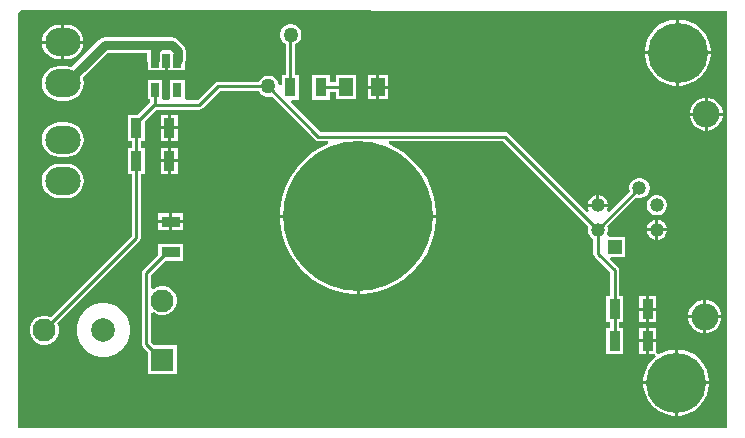
<source format=gbr>
%TF.GenerationSoftware,Altium Limited,Altium Designer,24.6.1 (21)*%
G04 Layer_Physical_Order=2*
G04 Layer_Color=16711680*
%FSLAX45Y45*%
%MOMM*%
%TF.SameCoordinates,973C4F09-4287-4DA2-A26F-92637CA031E7*%
%TF.FilePolarity,Positive*%
%TF.FileFunction,Copper,L2,Bot,Signal*%
%TF.Part,Single*%
G01*
G75*
%TA.AperFunction,SMDPad,CuDef*%
%ADD12R,0.95606X1.60981*%
%TA.AperFunction,Conductor*%
%ADD13C,0.38100*%
%ADD14C,0.25400*%
%TA.AperFunction,ComponentPad*%
%ADD15R,1.19200X1.19200*%
%ADD16C,1.19200*%
%TA.AperFunction,ViaPad*%
%ADD17C,12.70000*%
%ADD18C,5.08000*%
%TA.AperFunction,ComponentPad*%
%ADD19R,1.95000X1.95000*%
%ADD20C,1.95000*%
%ADD21C,2.00000*%
%TA.AperFunction,ViaPad*%
%ADD22C,2.28600*%
%TA.AperFunction,ComponentPad*%
%ADD23O,3.00000X2.40000*%
%TA.AperFunction,ViaPad*%
%ADD24C,1.27000*%
%TA.AperFunction,SMDPad,CuDef*%
%ADD25R,0.95000X1.70000*%
%ADD26R,1.20000X1.50000*%
%ADD27R,0.70000X1.15000*%
%ADD28R,1.60981X0.95606*%
%TA.AperFunction,Conductor*%
%ADD29C,0.76200*%
G36*
X8547100Y12700000D02*
Y9169400D01*
X2540000D01*
Y12676361D01*
X2564780Y12701137D01*
X8547100Y12700000D01*
D02*
G37*
%LPC*%
G36*
X2951000Y12579955D02*
X2933700D01*
Y12446000D01*
X3095983D01*
X3092658Y12471257D01*
X3078007Y12506627D01*
X3054701Y12537001D01*
X3024327Y12560307D01*
X2988957Y12574958D01*
X2951000Y12579955D01*
D02*
G37*
G36*
X2908300D02*
X2891000D01*
X2853043Y12574958D01*
X2817673Y12560307D01*
X2787299Y12537001D01*
X2763993Y12506627D01*
X2749342Y12471257D01*
X2746017Y12446000D01*
X2908300D01*
Y12579955D01*
D02*
G37*
G36*
X8149989Y12623800D02*
X8140700D01*
Y12357100D01*
X8407400D01*
Y12366389D01*
X8400520Y12409826D01*
X8386930Y12451652D01*
X8366964Y12490837D01*
X8341114Y12526417D01*
X8310017Y12557514D01*
X8274437Y12583364D01*
X8235252Y12603330D01*
X8193426Y12616920D01*
X8149989Y12623800D01*
D02*
G37*
G36*
X8115300D02*
X8106011D01*
X8062574Y12616920D01*
X8020748Y12603330D01*
X7981563Y12583364D01*
X7945983Y12557514D01*
X7914886Y12526417D01*
X7889036Y12490837D01*
X7869070Y12451652D01*
X7855480Y12409826D01*
X7848600Y12366389D01*
Y12357100D01*
X8115300D01*
Y12623800D01*
D02*
G37*
G36*
X3095983Y12420600D02*
X2933700D01*
Y12286645D01*
X2951000D01*
X2988957Y12291642D01*
X3024327Y12306293D01*
X3054701Y12329599D01*
X3078007Y12359973D01*
X3092658Y12395343D01*
X3095983Y12420600D01*
D02*
G37*
G36*
X2908300D02*
X2746017D01*
X2749342Y12395343D01*
X2763993Y12359973D01*
X2787299Y12329599D01*
X2817673Y12306293D01*
X2853043Y12291642D01*
X2891000Y12286645D01*
X2908300D01*
Y12420600D01*
D02*
G37*
G36*
X3848102Y12472644D02*
X3275602D01*
X3250825Y12467716D01*
X3229821Y12453681D01*
X3104919Y12328779D01*
X2997540Y12221401D01*
X2988957Y12224956D01*
X2951000Y12229953D01*
X2891000D01*
X2853043Y12224956D01*
X2817673Y12210305D01*
X2787299Y12186999D01*
X2763993Y12156625D01*
X2749342Y12121255D01*
X2744345Y12083298D01*
X2749342Y12045341D01*
X2763993Y12009971D01*
X2787299Y11979598D01*
X2817673Y11956291D01*
X2853043Y11941641D01*
X2891000Y11936643D01*
X2951000D01*
X2988957Y11941641D01*
X3024327Y11956291D01*
X3054701Y11979598D01*
X3078007Y12009971D01*
X3092658Y12045341D01*
X3097655Y12083298D01*
X3092658Y12121255D01*
X3089102Y12129839D01*
X3196481Y12237217D01*
X3302420Y12343156D01*
X3634056D01*
Y12282998D01*
X3638984Y12258222D01*
X3641899Y12253859D01*
Y12193499D01*
X3784600D01*
Y12276399D01*
X3810000D01*
Y12193499D01*
X3952701D01*
Y12249220D01*
X3958716Y12258222D01*
X3963644Y12282998D01*
Y12357102D01*
X3958716Y12381878D01*
X3944681Y12402883D01*
X3893883Y12453681D01*
X3872878Y12467716D01*
X3848102Y12472644D01*
D02*
G37*
G36*
X4863104Y12585700D02*
X4839696D01*
X4817086Y12579642D01*
X4796814Y12567938D01*
X4780262Y12551386D01*
X4768558Y12531114D01*
X4762500Y12508504D01*
Y12485096D01*
X4768558Y12462486D01*
X4780262Y12442214D01*
X4796814Y12425662D01*
X4809445Y12418370D01*
Y12158190D01*
X4775088D01*
Y12070976D01*
X4749800Y12070707D01*
X4743742Y12093317D01*
X4732038Y12113588D01*
X4715486Y12130140D01*
X4695214Y12141844D01*
X4672604Y12147903D01*
X4649196D01*
X4626586Y12141844D01*
X4606314Y12130140D01*
X4589762Y12113588D01*
X4580675Y12097849D01*
X4237755D01*
X4222889Y12094892D01*
X4210286Y12086471D01*
X4062562Y11938747D01*
X3974061D01*
X3952701Y11948501D01*
X3952701Y11964147D01*
Y12114301D01*
X3831901D01*
Y11964147D01*
X3831901Y11948501D01*
X3810542Y11938747D01*
X3784058D01*
X3762699Y11948501D01*
Y12114301D01*
X3641899D01*
Y11948501D01*
X3663452D01*
Y11922589D01*
X3560663Y11819800D01*
X3469801D01*
Y11599000D01*
X3504154D01*
Y11540400D01*
X3470100D01*
Y11319600D01*
X3504154D01*
Y10790090D01*
X2819041Y10104978D01*
X2811339Y10109425D01*
X2780081Y10117800D01*
X2747721D01*
X2716463Y10109425D01*
X2688439Y10093244D01*
X2665557Y10070362D01*
X2649376Y10042338D01*
X2641001Y10011080D01*
Y9978720D01*
X2649376Y9947462D01*
X2665557Y9919438D01*
X2688439Y9896556D01*
X2716463Y9880375D01*
X2747721Y9872000D01*
X2780081D01*
X2811339Y9880375D01*
X2839363Y9896556D01*
X2862245Y9919438D01*
X2878426Y9947462D01*
X2886801Y9978720D01*
Y10011080D01*
X2878426Y10042338D01*
X2873979Y10050040D01*
X3570469Y10746531D01*
X3578890Y10759133D01*
X3581847Y10773999D01*
Y11319600D01*
X3615900D01*
Y11540400D01*
X3581847D01*
Y11599000D01*
X3615601D01*
Y11764863D01*
X3711791Y11861053D01*
X4078652D01*
X4093518Y11864011D01*
X4106121Y11872431D01*
X4253845Y12020156D01*
X4580675D01*
X4589762Y12004417D01*
X4606314Y11987865D01*
X4626586Y11976161D01*
X4649196Y11970103D01*
X4672604D01*
X4688987Y11974492D01*
X5057748Y11605731D01*
X5070351Y11597311D01*
X5085216Y11594353D01*
X5163696D01*
X5165130Y11568953D01*
X5102949Y11539008D01*
X5040143Y11499545D01*
X4982151Y11453298D01*
X4929702Y11400849D01*
X4883455Y11342857D01*
X4843992Y11280051D01*
X4811809Y11213222D01*
X4787310Y11143210D01*
X4770805Y11070895D01*
X4762500Y10997187D01*
Y10972800D01*
X6083300D01*
Y10997187D01*
X6074995Y11070895D01*
X6058490Y11143210D01*
X6033991Y11213222D01*
X6001808Y11280051D01*
X5962345Y11342857D01*
X5916098Y11400849D01*
X5863649Y11453298D01*
X5805657Y11499545D01*
X5742851Y11539008D01*
X5680670Y11568953D01*
X5682104Y11594353D01*
X6647808D01*
X7370287Y10871875D01*
X7366298Y10856990D01*
Y10834610D01*
X7372091Y10812991D01*
X7383281Y10793609D01*
X7399107Y10777783D01*
X7412452Y10770079D01*
Y10642310D01*
X7415409Y10627444D01*
X7423830Y10614841D01*
X7555454Y10483217D01*
Y10283100D01*
X7521400D01*
Y10062300D01*
X7555454D01*
Y10016400D01*
X7521400D01*
Y9795600D01*
X7667200D01*
Y10016400D01*
X7633147D01*
Y10062300D01*
X7667200D01*
Y10283100D01*
X7633147D01*
Y10499308D01*
X7630190Y10514174D01*
X7621769Y10526777D01*
X7557313Y10591233D01*
X7567033Y10614699D01*
X7682399D01*
Y10784699D01*
X7543501D01*
X7528836Y10810099D01*
X7530506Y10812991D01*
X7536298Y10834610D01*
Y10856990D01*
X7532311Y10871873D01*
X7777926Y11117488D01*
X7792812Y11113499D01*
X7815193D01*
X7836811Y11119292D01*
X7856194Y11130482D01*
X7872020Y11146308D01*
X7883210Y11165691D01*
X7889003Y11187309D01*
Y11209690D01*
X7883210Y11231308D01*
X7872020Y11250690D01*
X7856194Y11266516D01*
X7836811Y11277707D01*
X7815193Y11283499D01*
X7792812D01*
X7771194Y11277707D01*
X7751812Y11266516D01*
X7735986Y11250690D01*
X7724795Y11231308D01*
X7719003Y11209690D01*
Y11187309D01*
X7722990Y11172427D01*
X7545740Y10995176D01*
X7525415Y11010772D01*
X7530506Y11019590D01*
X7535894Y11039699D01*
X7451298D01*
X7366703D01*
X7372091Y11019590D01*
X7377178Y11010778D01*
X7356853Y10995182D01*
X6691367Y11660669D01*
X6678764Y11669089D01*
X6663898Y11672047D01*
X5101307D01*
X4850410Y11922943D01*
X4860131Y11946410D01*
X4921494D01*
Y12158190D01*
X4887138D01*
Y12414780D01*
X4905986Y12425662D01*
X4922538Y12442214D01*
X4934242Y12462486D01*
X4940300Y12485096D01*
Y12508504D01*
X4934242Y12531114D01*
X4922538Y12551386D01*
X4905986Y12567938D01*
X4885714Y12579642D01*
X4863104Y12585700D01*
D02*
G37*
G36*
X8407400Y12331700D02*
X8140700D01*
Y12065000D01*
X8149989D01*
X8193426Y12071880D01*
X8235252Y12085470D01*
X8274437Y12105436D01*
X8310017Y12131286D01*
X8341114Y12162383D01*
X8366964Y12197963D01*
X8386930Y12237148D01*
X8400520Y12278974D01*
X8407400Y12322411D01*
Y12331700D01*
D02*
G37*
G36*
X8115300D02*
X7848600D01*
Y12322411D01*
X7855480Y12278974D01*
X7869070Y12237148D01*
X7889036Y12197963D01*
X7914886Y12162383D01*
X7945983Y12131286D01*
X7981563Y12105436D01*
X8020748Y12085470D01*
X8062574Y12071880D01*
X8106011Y12065000D01*
X8115300D01*
Y12331700D01*
D02*
G37*
G36*
X5673400Y12152700D02*
X5600700D01*
Y12065000D01*
X5673400D01*
Y12152700D01*
D02*
G37*
G36*
X5575300D02*
X5502600D01*
Y12065000D01*
X5575300D01*
Y12152700D01*
D02*
G37*
G36*
X5673400Y12039600D02*
X5600700D01*
Y11951900D01*
X5673400D01*
Y12039600D01*
D02*
G37*
G36*
X5575300D02*
X5502600D01*
Y11951900D01*
X5575300D01*
Y12039600D01*
D02*
G37*
G36*
X5181712Y12158190D02*
X5035306D01*
Y11946410D01*
X5181712D01*
Y12013453D01*
X5232598D01*
Y11951900D01*
X5403398D01*
Y12152700D01*
X5232598D01*
Y12091147D01*
X5181712D01*
Y12158190D01*
D02*
G37*
G36*
X8387692Y11963400D02*
X8382000D01*
Y11836400D01*
X8509000D01*
Y11842092D01*
X8499480Y11877622D01*
X8481088Y11909478D01*
X8455078Y11935488D01*
X8423222Y11953880D01*
X8387692Y11963400D01*
D02*
G37*
G36*
X8356600D02*
X8350908D01*
X8315378Y11953880D01*
X8283522Y11935488D01*
X8257512Y11909478D01*
X8239120Y11877622D01*
X8229600Y11842092D01*
Y11836400D01*
X8356600D01*
Y11963400D01*
D02*
G37*
G36*
X3895600Y11819800D02*
X3835400D01*
Y11722100D01*
X3895600D01*
Y11819800D01*
D02*
G37*
G36*
X3810000D02*
X3749800D01*
Y11722100D01*
X3810000D01*
Y11819800D01*
D02*
G37*
G36*
X8509000Y11811000D02*
X8382000D01*
Y11684000D01*
X8387692D01*
X8423222Y11693520D01*
X8455078Y11711912D01*
X8481088Y11737922D01*
X8499480Y11769778D01*
X8509000Y11805308D01*
Y11811000D01*
D02*
G37*
G36*
X8356600D02*
X8229600D01*
Y11805308D01*
X8239120Y11769778D01*
X8257512Y11737922D01*
X8283522Y11711912D01*
X8315378Y11693520D01*
X8350908Y11684000D01*
X8356600D01*
Y11811000D01*
D02*
G37*
G36*
X3895600Y11696700D02*
X3835400D01*
Y11599000D01*
X3895600D01*
Y11696700D01*
D02*
G37*
G36*
X3810000D02*
X3749800D01*
Y11599000D01*
X3810000D01*
Y11696700D01*
D02*
G37*
G36*
X2951000Y11754455D02*
X2891000D01*
X2853043Y11749458D01*
X2817673Y11734807D01*
X2787299Y11711501D01*
X2763993Y11681127D01*
X2749342Y11645757D01*
X2744345Y11607800D01*
X2749342Y11569843D01*
X2763993Y11534473D01*
X2787299Y11504099D01*
X2817673Y11480793D01*
X2853043Y11466142D01*
X2891000Y11461145D01*
X2951000D01*
X2988957Y11466142D01*
X3024327Y11480793D01*
X3054701Y11504099D01*
X3078007Y11534473D01*
X3092658Y11569843D01*
X3097655Y11607800D01*
X3092658Y11645757D01*
X3078007Y11681127D01*
X3054701Y11711501D01*
X3024327Y11734807D01*
X2988957Y11749458D01*
X2951000Y11754455D01*
D02*
G37*
G36*
X3895900Y11540400D02*
X3835700D01*
Y11442700D01*
X3895900D01*
Y11540400D01*
D02*
G37*
G36*
X3810300D02*
X3750100D01*
Y11442700D01*
X3810300D01*
Y11540400D01*
D02*
G37*
G36*
X3895900Y11417300D02*
X3835700D01*
Y11319600D01*
X3895900D01*
Y11417300D01*
D02*
G37*
G36*
X3810300D02*
X3750100D01*
Y11319600D01*
X3810300D01*
Y11417300D01*
D02*
G37*
G36*
X2951000Y11404453D02*
X2891000D01*
X2853043Y11399456D01*
X2817673Y11384805D01*
X2787299Y11361499D01*
X2763993Y11331125D01*
X2749342Y11295755D01*
X2744345Y11257798D01*
X2749342Y11219841D01*
X2763993Y11184471D01*
X2787299Y11154098D01*
X2817673Y11130791D01*
X2853043Y11116141D01*
X2891000Y11111143D01*
X2951000D01*
X2988957Y11116141D01*
X3024327Y11130791D01*
X3054701Y11154098D01*
X3078007Y11184471D01*
X3092658Y11219841D01*
X3097655Y11257798D01*
X3092658Y11295755D01*
X3078007Y11331125D01*
X3054701Y11361499D01*
X3024327Y11384805D01*
X2988957Y11399456D01*
X2951000Y11404453D01*
D02*
G37*
G36*
X7463998Y11136994D02*
Y11065099D01*
X7535894D01*
X7530506Y11085207D01*
X7519315Y11104590D01*
X7503489Y11120415D01*
X7484107Y11131606D01*
X7463998Y11136994D01*
D02*
G37*
G36*
X7438598D02*
X7418490Y11131606D01*
X7399107Y11120415D01*
X7383281Y11104590D01*
X7372091Y11085207D01*
X7366703Y11065099D01*
X7438598D01*
Y11136994D01*
D02*
G37*
G36*
X7961390Y11137398D02*
X7939010D01*
X7917391Y11131606D01*
X7898009Y11120415D01*
X7882183Y11104590D01*
X7870993Y11085207D01*
X7865200Y11063589D01*
Y11041208D01*
X7870993Y11019590D01*
X7882183Y11000207D01*
X7898009Y10984382D01*
X7917391Y10973191D01*
X7939010Y10967399D01*
X7961390D01*
X7983009Y10973191D01*
X8002391Y10984382D01*
X8018217Y11000207D01*
X8029407Y11019590D01*
X8035200Y11041208D01*
Y11063589D01*
X8029407Y11085207D01*
X8018217Y11104590D01*
X8002391Y11120415D01*
X7983009Y11131606D01*
X7961390Y11137398D01*
D02*
G37*
G36*
X3941290Y10985612D02*
X3848100D01*
Y10925109D01*
X3941290D01*
Y10985612D01*
D02*
G37*
G36*
X3822700D02*
X3729510D01*
Y10925109D01*
X3822700D01*
Y10985612D01*
D02*
G37*
G36*
X7962900Y10930395D02*
Y10858500D01*
X8034795D01*
X8029407Y10878609D01*
X8018217Y10897991D01*
X8002391Y10913817D01*
X7983009Y10925007D01*
X7962900Y10930395D01*
D02*
G37*
G36*
X7937500D02*
X7917391Y10925007D01*
X7898009Y10913817D01*
X7882183Y10897991D01*
X7870993Y10878609D01*
X7865605Y10858500D01*
X7937500D01*
Y10930395D01*
D02*
G37*
G36*
X3941290Y10899709D02*
X3848100D01*
Y10839206D01*
X3941290D01*
Y10899709D01*
D02*
G37*
G36*
X3822700D02*
X3729510D01*
Y10839206D01*
X3822700D01*
Y10899709D01*
D02*
G37*
G36*
X8034795Y10833100D02*
X7962900D01*
Y10761205D01*
X7983009Y10766593D01*
X8002391Y10777783D01*
X8018217Y10793609D01*
X8029407Y10812991D01*
X8034795Y10833100D01*
D02*
G37*
G36*
X7937500D02*
X7865605D01*
X7870993Y10812991D01*
X7882183Y10793609D01*
X7898009Y10777783D01*
X7917391Y10766593D01*
X7937500Y10761205D01*
Y10833100D01*
D02*
G37*
G36*
X6083300Y10947400D02*
X5435600D01*
Y10299700D01*
X5459987D01*
X5533695Y10308005D01*
X5606010Y10324510D01*
X5676022Y10349009D01*
X5742851Y10381192D01*
X5805657Y10420655D01*
X5863649Y10466902D01*
X5916098Y10519351D01*
X5962345Y10577343D01*
X6001808Y10640149D01*
X6033991Y10706978D01*
X6058490Y10776990D01*
X6074995Y10849305D01*
X6083300Y10923013D01*
Y10947400D01*
D02*
G37*
G36*
X5410200D02*
X4762500D01*
Y10923013D01*
X4770805Y10849305D01*
X4787310Y10776990D01*
X4811809Y10706978D01*
X4843992Y10640149D01*
X4883455Y10577343D01*
X4929702Y10519351D01*
X4982151Y10466902D01*
X5040143Y10420655D01*
X5102949Y10381192D01*
X5169778Y10349009D01*
X5239790Y10324510D01*
X5312105Y10308005D01*
X5385813Y10299700D01*
X5410200D01*
Y10947400D01*
D02*
G37*
G36*
X7947200Y10283100D02*
X7887000D01*
Y10185400D01*
X7947200D01*
Y10283100D01*
D02*
G37*
G36*
X7861600D02*
X7801400D01*
Y10185400D01*
X7861600D01*
Y10283100D01*
D02*
G37*
G36*
X3941290Y10725394D02*
X3729510D01*
Y10633925D01*
X3600830Y10505246D01*
X3592409Y10492643D01*
X3589452Y10477777D01*
Y9880498D01*
X3592409Y9865632D01*
X3600830Y9853030D01*
X3640999Y9812861D01*
Y9621998D01*
X3886799D01*
Y9867798D01*
X3695936D01*
X3667145Y9896589D01*
Y10135757D01*
X3692545Y10144185D01*
X3716461Y10130378D01*
X3747719Y10122002D01*
X3780079D01*
X3811337Y10130378D01*
X3839361Y10146558D01*
X3862243Y10169440D01*
X3878424Y10197464D01*
X3886799Y10228722D01*
Y10261082D01*
X3878424Y10292340D01*
X3862243Y10320364D01*
X3839361Y10343247D01*
X3811337Y10359427D01*
X3780079Y10367802D01*
X3747719D01*
X3716461Y10359427D01*
X3692545Y10345619D01*
X3667145Y10354047D01*
Y10461687D01*
X3784447Y10578988D01*
X3941290D01*
Y10725394D01*
D02*
G37*
G36*
X8374992Y10248900D02*
X8369300D01*
Y10121900D01*
X8496300D01*
Y10127592D01*
X8486780Y10163122D01*
X8468388Y10194978D01*
X8442378Y10220988D01*
X8410522Y10239380D01*
X8374992Y10248900D01*
D02*
G37*
G36*
X8343900D02*
X8338208D01*
X8302678Y10239380D01*
X8270822Y10220988D01*
X8244812Y10194978D01*
X8226420Y10163122D01*
X8216900Y10127592D01*
Y10121900D01*
X8343900D01*
Y10248900D01*
D02*
G37*
G36*
X7947200Y10160000D02*
X7887000D01*
Y10062300D01*
X7947200D01*
Y10160000D01*
D02*
G37*
G36*
X7861600D02*
X7801400D01*
Y10062300D01*
X7861600D01*
Y10160000D01*
D02*
G37*
G36*
X8496300Y10096500D02*
X8369300D01*
Y9969500D01*
X8374992D01*
X8410522Y9979020D01*
X8442378Y9997412D01*
X8468388Y10023422D01*
X8486780Y10055278D01*
X8496300Y10090808D01*
Y10096500D01*
D02*
G37*
G36*
X8343900D02*
X8216900D01*
Y10090808D01*
X8226420Y10055278D01*
X8244812Y10023422D01*
X8270822Y9997412D01*
X8302678Y9979020D01*
X8338208Y9969500D01*
X8343900D01*
Y10096500D01*
D02*
G37*
G36*
X7947200Y10016400D02*
X7887000D01*
Y9918700D01*
X7947200D01*
Y10016400D01*
D02*
G37*
G36*
X7861600D02*
X7801400D01*
Y9918700D01*
X7861600D01*
Y10016400D01*
D02*
G37*
G36*
Y9893300D02*
X7801400D01*
Y9795600D01*
X7861600D01*
Y9893300D01*
D02*
G37*
G36*
X3286100Y10220300D02*
X3241700D01*
X3198153Y10211638D01*
X3157133Y10194647D01*
X3120216Y10169980D01*
X3088820Y10138584D01*
X3064153Y10101667D01*
X3047162Y10060647D01*
X3038500Y10017100D01*
Y9972700D01*
X3047162Y9929153D01*
X3064153Y9888133D01*
X3088820Y9851216D01*
X3120216Y9819820D01*
X3157133Y9795153D01*
X3198153Y9778162D01*
X3241700Y9769500D01*
X3286100D01*
X3329647Y9778162D01*
X3370667Y9795153D01*
X3407584Y9819820D01*
X3438980Y9851216D01*
X3463647Y9888133D01*
X3480638Y9929153D01*
X3489300Y9972700D01*
Y10017100D01*
X3480638Y10060647D01*
X3463647Y10101667D01*
X3438980Y10138584D01*
X3407584Y10169980D01*
X3370667Y10194647D01*
X3329647Y10211638D01*
X3286100Y10220300D01*
D02*
G37*
G36*
X8137289Y9829800D02*
X8128000D01*
Y9563100D01*
X8394700D01*
Y9572389D01*
X8387820Y9615826D01*
X8374230Y9657652D01*
X8354264Y9696837D01*
X8328414Y9732417D01*
X8297317Y9763514D01*
X8261737Y9789364D01*
X8222552Y9809330D01*
X8180726Y9822920D01*
X8137289Y9829800D01*
D02*
G37*
G36*
X7947200Y9893300D02*
X7887000D01*
Y9795600D01*
X7925441D01*
X7934232Y9795600D01*
X7942485Y9770200D01*
X7933283Y9763514D01*
X7902186Y9732417D01*
X7876336Y9696837D01*
X7856370Y9657652D01*
X7842780Y9615826D01*
X7835900Y9572389D01*
Y9563100D01*
X8102600D01*
Y9829800D01*
X8093311D01*
X8049874Y9822920D01*
X8008048Y9809330D01*
X7970326Y9790110D01*
X7964095Y9792810D01*
X7947200Y9805022D01*
X7947200Y9816550D01*
Y9893300D01*
D02*
G37*
G36*
X8394700Y9537700D02*
X8128000D01*
Y9271000D01*
X8137289D01*
X8180726Y9277880D01*
X8222552Y9291470D01*
X8261737Y9311436D01*
X8297317Y9337286D01*
X8328414Y9368383D01*
X8354264Y9403963D01*
X8374230Y9443148D01*
X8387820Y9484974D01*
X8394700Y9528411D01*
Y9537700D01*
D02*
G37*
G36*
X8102600D02*
X7835900D01*
Y9528411D01*
X7842780Y9484974D01*
X7856370Y9443148D01*
X7876336Y9403963D01*
X7902186Y9368383D01*
X7933283Y9337286D01*
X7968863Y9311436D01*
X8008048Y9291470D01*
X8049874Y9277880D01*
X8093311Y9271000D01*
X8102600D01*
Y9537700D01*
D02*
G37*
%LPD*%
D12*
X5108509Y12052300D02*
D03*
X4848291D02*
D03*
D13*
X3702299Y12407900D02*
X3717178D01*
X2921000Y12083298D02*
X2951000D01*
D14*
X3702299Y12393021D02*
X3717178Y12407900D01*
X3892301Y12276399D02*
X3898900Y12282998D01*
X3543000Y10773999D02*
Y11430000D01*
X2763901Y9994900D02*
X3543000Y10773999D01*
Y11430000D02*
Y11709100D01*
X3542701Y11709400D02*
X3543000Y11709100D01*
X3542701Y11746900D02*
X3702299Y11906498D01*
X3542701Y11709400D02*
Y11746900D01*
X3702299Y11906498D02*
Y12031401D01*
X3697879Y11899900D02*
X4078652D01*
X4237755Y12059003D01*
X4660900D01*
X5085216Y11633200D02*
X6663898D01*
X4660900Y12057516D02*
X5085216Y11633200D01*
X4660900Y12057516D02*
Y12059003D01*
X6663898Y11633200D02*
X7451298Y10845800D01*
X4848291Y12052300D02*
Y12455591D01*
X4851400Y12458700D01*
X5108509Y12052300D02*
X5317998D01*
X7451301Y10845800D02*
X7804000Y11198499D01*
X7804003D01*
X7451298Y10845800D02*
X7451301D01*
X7451298Y10642310D02*
X7594300Y10499308D01*
X7451298Y10642310D02*
Y10845800D01*
X7594300Y10248900D02*
Y10499308D01*
Y9918700D02*
Y10172700D01*
X3628299Y10477777D02*
X3802712Y10652191D01*
X3628299Y9880498D02*
X3763899Y9744898D01*
X3628299Y9880498D02*
Y10477777D01*
X3802712Y10652191D02*
X3835400D01*
D15*
X7597399Y10699699D02*
D03*
D16*
X7451298Y10845800D02*
D03*
Y11052399D02*
D03*
X7804003Y11198499D02*
D03*
X7950200Y11052399D02*
D03*
Y10845800D02*
D03*
D17*
X5422900Y10960100D02*
D03*
D18*
X8128000Y12344400D02*
D03*
X8115300Y9550400D02*
D03*
D19*
X3763899Y9744898D02*
D03*
D20*
Y10244902D02*
D03*
X2763901Y9994900D02*
D03*
D21*
X3263900D02*
D03*
D22*
X8356600Y10109200D02*
D03*
X8369300Y11823700D02*
D03*
D23*
X2921000Y12433300D02*
D03*
Y12083298D02*
D03*
Y11607800D02*
D03*
Y11257798D02*
D03*
D24*
X4660900Y12059003D02*
D03*
X4851400Y12496800D02*
D03*
D25*
X3823000Y11430000D02*
D03*
X3543000D02*
D03*
X7874300Y9906000D02*
D03*
X7594300D02*
D03*
X7874300Y10172700D02*
D03*
X7594300D02*
D03*
X3542701Y11709400D02*
D03*
X3822700D02*
D03*
D26*
X5317998Y12052300D02*
D03*
X5588000D02*
D03*
D27*
X3702299Y12031401D02*
D03*
X3892301D02*
D03*
Y12276399D02*
D03*
X3797300D02*
D03*
X3702299D02*
D03*
D28*
X3835400Y10912409D02*
D03*
Y10652191D02*
D03*
D29*
X3898900Y12282998D02*
Y12357102D01*
X3702299Y12407900D02*
X3848102D01*
X3898900Y12357102D01*
X3698800Y12282998D02*
Y12360202D01*
X2951000Y12083298D02*
X3150700Y12282998D01*
X3698800Y12360202D02*
X3735997Y12397399D01*
X3150700Y12282998D02*
X3275602Y12407900D01*
X3702299D01*
%TF.MD5,0ea77524a4b2e791e05953e496b89c34*%
M02*

</source>
